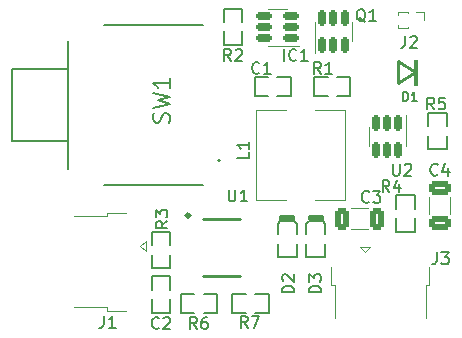
<source format=gto>
%TF.GenerationSoftware,KiCad,Pcbnew,(6.0.7)*%
%TF.CreationDate,2022-10-02T22:30:45-04:00*%
%TF.ProjectId,LiPo_Charger_1,4c69506f-5f43-4686-9172-6765725f312e,rev?*%
%TF.SameCoordinates,Original*%
%TF.FileFunction,Legend,Top*%
%TF.FilePolarity,Positive*%
%FSLAX46Y46*%
G04 Gerber Fmt 4.6, Leading zero omitted, Abs format (unit mm)*
G04 Created by KiCad (PCBNEW (6.0.7)) date 2022-10-02 22:30:45*
%MOMM*%
%LPD*%
G01*
G04 APERTURE LIST*
G04 Aperture macros list*
%AMRoundRect*
0 Rectangle with rounded corners*
0 $1 Rounding radius*
0 $2 $3 $4 $5 $6 $7 $8 $9 X,Y pos of 4 corners*
0 Add a 4 corners polygon primitive as box body*
4,1,4,$2,$3,$4,$5,$6,$7,$8,$9,$2,$3,0*
0 Add four circle primitives for the rounded corners*
1,1,$1+$1,$2,$3*
1,1,$1+$1,$4,$5*
1,1,$1+$1,$6,$7*
1,1,$1+$1,$8,$9*
0 Add four rect primitives between the rounded corners*
20,1,$1+$1,$2,$3,$4,$5,0*
20,1,$1+$1,$4,$5,$6,$7,0*
20,1,$1+$1,$6,$7,$8,$9,0*
20,1,$1+$1,$8,$9,$2,$3,0*%
G04 Aperture macros list end*
%ADD10C,0.150000*%
%ADD11C,0.120000*%
%ADD12C,0.200000*%
%ADD13C,0.254000*%
%ADD14C,0.010000*%
%ADD15C,0.127000*%
%ADD16C,0.300000*%
%ADD17RoundRect,0.250000X0.650000X-0.325000X0.650000X0.325000X-0.650000X0.325000X-0.650000X-0.325000X0*%
%ADD18R,0.930000X0.980000*%
%ADD19R,1.650000X0.400000*%
%ADD20R,1.500000X2.000000*%
%ADD21R,2.000000X1.350000*%
%ADD22R,2.500000X1.430000*%
%ADD23O,1.500000X1.100000*%
%ADD24O,1.700000X1.350000*%
%ADD25R,0.700000X1.825000*%
%ADD26R,0.980000X0.930000*%
%ADD27R,2.200000X1.600000*%
%ADD28RoundRect,0.150000X0.150000X-0.512500X0.150000X0.512500X-0.150000X0.512500X-0.150000X-0.512500X0*%
%ADD29R,1.800000X1.700000*%
%ADD30RoundRect,0.150000X0.512500X0.150000X-0.512500X0.150000X-0.512500X-0.150000X0.512500X-0.150000X0*%
%ADD31R,2.775000X2.775000*%
%ADD32C,2.775000*%
%ADD33RoundRect,0.150000X-0.150000X0.512500X-0.150000X-0.512500X0.150000X-0.512500X0.150000X0.512500X0*%
%ADD34R,2.900000X4.000000*%
%ADD35O,1.600000X0.600000*%
%ADD36RoundRect,0.250000X-0.325000X-0.650000X0.325000X-0.650000X0.325000X0.650000X-0.325000X0.650000X0*%
%ADD37R,0.400000X1.650000*%
%ADD38O,1.350000X1.700000*%
%ADD39O,1.100000X1.500000*%
%ADD40R,2.000000X1.500000*%
%ADD41R,1.350000X2.000000*%
%ADD42R,1.430000X2.500000*%
%ADD43R,1.825000X0.700000*%
%ADD44R,0.850000X0.850000*%
%ADD45O,0.850000X0.850000*%
G04 APERTURE END LIST*
D10*
%TO.C,C4*%
X175633333Y-69657142D02*
X175585714Y-69704761D01*
X175442857Y-69752380D01*
X175347619Y-69752380D01*
X175204761Y-69704761D01*
X175109523Y-69609523D01*
X175061904Y-69514285D01*
X175014285Y-69323809D01*
X175014285Y-69180952D01*
X175061904Y-68990476D01*
X175109523Y-68895238D01*
X175204761Y-68800000D01*
X175347619Y-68752380D01*
X175442857Y-68752380D01*
X175585714Y-68800000D01*
X175633333Y-68847619D01*
X176490476Y-69085714D02*
X176490476Y-69752380D01*
X176252380Y-68704761D02*
X176014285Y-69419047D01*
X176633333Y-69419047D01*
%TO.C,R7*%
X159533333Y-82652380D02*
X159200000Y-82176190D01*
X158961904Y-82652380D02*
X158961904Y-81652380D01*
X159342857Y-81652380D01*
X159438095Y-81700000D01*
X159485714Y-81747619D01*
X159533333Y-81842857D01*
X159533333Y-81985714D01*
X159485714Y-82080952D01*
X159438095Y-82128571D01*
X159342857Y-82176190D01*
X158961904Y-82176190D01*
X159866666Y-81652380D02*
X160533333Y-81652380D01*
X160104761Y-82652380D01*
%TO.C,J1*%
X147366666Y-81652380D02*
X147366666Y-82366666D01*
X147319047Y-82509523D01*
X147223809Y-82604761D01*
X147080952Y-82652380D01*
X146985714Y-82652380D01*
X148366666Y-82652380D02*
X147795238Y-82652380D01*
X148080952Y-82652380D02*
X148080952Y-81652380D01*
X147985714Y-81795238D01*
X147890476Y-81890476D01*
X147795238Y-81938095D01*
%TO.C,R2*%
X158133333Y-60052380D02*
X157800000Y-59576190D01*
X157561904Y-60052380D02*
X157561904Y-59052380D01*
X157942857Y-59052380D01*
X158038095Y-59100000D01*
X158085714Y-59147619D01*
X158133333Y-59242857D01*
X158133333Y-59385714D01*
X158085714Y-59480952D01*
X158038095Y-59528571D01*
X157942857Y-59576190D01*
X157561904Y-59576190D01*
X158514285Y-59147619D02*
X158561904Y-59100000D01*
X158657142Y-59052380D01*
X158895238Y-59052380D01*
X158990476Y-59100000D01*
X159038095Y-59147619D01*
X159085714Y-59242857D01*
X159085714Y-59338095D01*
X159038095Y-59480952D01*
X158466666Y-60052380D01*
X159085714Y-60052380D01*
%TO.C,L1*%
X159652380Y-67766666D02*
X159652380Y-68242857D01*
X158652380Y-68242857D01*
X159652380Y-66909523D02*
X159652380Y-67480952D01*
X159652380Y-67195238D02*
X158652380Y-67195238D01*
X158795238Y-67290476D01*
X158890476Y-67385714D01*
X158938095Y-67480952D01*
%TO.C,Q1*%
X169504761Y-56747619D02*
X169409523Y-56700000D01*
X169314285Y-56604761D01*
X169171428Y-56461904D01*
X169076190Y-56414285D01*
X168980952Y-56414285D01*
X169028571Y-56652380D02*
X168933333Y-56604761D01*
X168838095Y-56509523D01*
X168790476Y-56319047D01*
X168790476Y-55985714D01*
X168838095Y-55795238D01*
X168933333Y-55700000D01*
X169028571Y-55652380D01*
X169219047Y-55652380D01*
X169314285Y-55700000D01*
X169409523Y-55795238D01*
X169457142Y-55985714D01*
X169457142Y-56319047D01*
X169409523Y-56509523D01*
X169314285Y-56604761D01*
X169219047Y-56652380D01*
X169028571Y-56652380D01*
X170409523Y-56652380D02*
X169838095Y-56652380D01*
X170123809Y-56652380D02*
X170123809Y-55652380D01*
X170028571Y-55795238D01*
X169933333Y-55890476D01*
X169838095Y-55938095D01*
%TO.C,R4*%
X171533333Y-71152380D02*
X171200000Y-70676190D01*
X170961904Y-71152380D02*
X170961904Y-70152380D01*
X171342857Y-70152380D01*
X171438095Y-70200000D01*
X171485714Y-70247619D01*
X171533333Y-70342857D01*
X171533333Y-70485714D01*
X171485714Y-70580952D01*
X171438095Y-70628571D01*
X171342857Y-70676190D01*
X170961904Y-70676190D01*
X172390476Y-70485714D02*
X172390476Y-71152380D01*
X172152380Y-70104761D02*
X171914285Y-70819047D01*
X172533333Y-70819047D01*
%TO.C,D1*%
X172663523Y-63478904D02*
X172663523Y-62678904D01*
X172854000Y-62678904D01*
X172968285Y-62717000D01*
X173044476Y-62793190D01*
X173082571Y-62869380D01*
X173120666Y-63021761D01*
X173120666Y-63136047D01*
X173082571Y-63288428D01*
X173044476Y-63364619D01*
X172968285Y-63440809D01*
X172854000Y-63478904D01*
X172663523Y-63478904D01*
X173882571Y-63478904D02*
X173425428Y-63478904D01*
X173654000Y-63478904D02*
X173654000Y-62678904D01*
X173577809Y-62793190D01*
X173501619Y-62869380D01*
X173425428Y-62907476D01*
%TO.C,IC1*%
X162623809Y-60052380D02*
X162623809Y-59052380D01*
X163671428Y-59957142D02*
X163623809Y-60004761D01*
X163480952Y-60052380D01*
X163385714Y-60052380D01*
X163242857Y-60004761D01*
X163147619Y-59909523D01*
X163100000Y-59814285D01*
X163052380Y-59623809D01*
X163052380Y-59480952D01*
X163100000Y-59290476D01*
X163147619Y-59195238D01*
X163242857Y-59100000D01*
X163385714Y-59052380D01*
X163480952Y-59052380D01*
X163623809Y-59100000D01*
X163671428Y-59147619D01*
X164623809Y-60052380D02*
X164052380Y-60052380D01*
X164338095Y-60052380D02*
X164338095Y-59052380D01*
X164242857Y-59195238D01*
X164147619Y-59290476D01*
X164052380Y-59338095D01*
%TO.C,SW1*%
X152866666Y-65266666D02*
X152933333Y-65066666D01*
X152933333Y-64733333D01*
X152866666Y-64600000D01*
X152800000Y-64533333D01*
X152666666Y-64466666D01*
X152533333Y-64466666D01*
X152400000Y-64533333D01*
X152333333Y-64600000D01*
X152266666Y-64733333D01*
X152200000Y-65000000D01*
X152133333Y-65133333D01*
X152066666Y-65200000D01*
X151933333Y-65266666D01*
X151800000Y-65266666D01*
X151666666Y-65200000D01*
X151600000Y-65133333D01*
X151533333Y-65000000D01*
X151533333Y-64666666D01*
X151600000Y-64466666D01*
X151533333Y-64000000D02*
X152933333Y-63666666D01*
X151933333Y-63400000D01*
X152933333Y-63133333D01*
X151533333Y-62800000D01*
X152933333Y-61533333D02*
X152933333Y-62333333D01*
X152933333Y-61933333D02*
X151533333Y-61933333D01*
X151733333Y-62066666D01*
X151866666Y-62200000D01*
X151933333Y-62333333D01*
%TO.C,R5*%
X175333333Y-64152380D02*
X175000000Y-63676190D01*
X174761904Y-64152380D02*
X174761904Y-63152380D01*
X175142857Y-63152380D01*
X175238095Y-63200000D01*
X175285714Y-63247619D01*
X175333333Y-63342857D01*
X175333333Y-63485714D01*
X175285714Y-63580952D01*
X175238095Y-63628571D01*
X175142857Y-63676190D01*
X174761904Y-63676190D01*
X176238095Y-63152380D02*
X175761904Y-63152380D01*
X175714285Y-63628571D01*
X175761904Y-63580952D01*
X175857142Y-63533333D01*
X176095238Y-63533333D01*
X176190476Y-63580952D01*
X176238095Y-63628571D01*
X176285714Y-63723809D01*
X176285714Y-63961904D01*
X176238095Y-64057142D01*
X176190476Y-64104761D01*
X176095238Y-64152380D01*
X175857142Y-64152380D01*
X175761904Y-64104761D01*
X175714285Y-64057142D01*
%TO.C,U2*%
X171838095Y-68752380D02*
X171838095Y-69561904D01*
X171885714Y-69657142D01*
X171933333Y-69704761D01*
X172028571Y-69752380D01*
X172219047Y-69752380D01*
X172314285Y-69704761D01*
X172361904Y-69657142D01*
X172409523Y-69561904D01*
X172409523Y-68752380D01*
X172838095Y-68847619D02*
X172885714Y-68800000D01*
X172980952Y-68752380D01*
X173219047Y-68752380D01*
X173314285Y-68800000D01*
X173361904Y-68847619D01*
X173409523Y-68942857D01*
X173409523Y-69038095D01*
X173361904Y-69180952D01*
X172790476Y-69752380D01*
X173409523Y-69752380D01*
%TO.C,C1*%
X160533333Y-61057142D02*
X160485714Y-61104761D01*
X160342857Y-61152380D01*
X160247619Y-61152380D01*
X160104761Y-61104761D01*
X160009523Y-61009523D01*
X159961904Y-60914285D01*
X159914285Y-60723809D01*
X159914285Y-60580952D01*
X159961904Y-60390476D01*
X160009523Y-60295238D01*
X160104761Y-60200000D01*
X160247619Y-60152380D01*
X160342857Y-60152380D01*
X160485714Y-60200000D01*
X160533333Y-60247619D01*
X161485714Y-61152380D02*
X160914285Y-61152380D01*
X161200000Y-61152380D02*
X161200000Y-60152380D01*
X161104761Y-60295238D01*
X161009523Y-60390476D01*
X160914285Y-60438095D01*
%TO.C,U1*%
X157938095Y-70952380D02*
X157938095Y-71761904D01*
X157985714Y-71857142D01*
X158033333Y-71904761D01*
X158128571Y-71952380D01*
X158319047Y-71952380D01*
X158414285Y-71904761D01*
X158461904Y-71857142D01*
X158509523Y-71761904D01*
X158509523Y-70952380D01*
X159509523Y-71952380D02*
X158938095Y-71952380D01*
X159223809Y-71952380D02*
X159223809Y-70952380D01*
X159128571Y-71095238D01*
X159033333Y-71190476D01*
X158938095Y-71238095D01*
%TO.C,D2*%
X163452380Y-79639695D02*
X162452380Y-79639695D01*
X162452380Y-79401600D01*
X162500000Y-79258742D01*
X162595238Y-79163504D01*
X162690476Y-79115885D01*
X162880952Y-79068266D01*
X163023809Y-79068266D01*
X163214285Y-79115885D01*
X163309523Y-79163504D01*
X163404761Y-79258742D01*
X163452380Y-79401600D01*
X163452380Y-79639695D01*
X162547619Y-78687314D02*
X162500000Y-78639695D01*
X162452380Y-78544457D01*
X162452380Y-78306361D01*
X162500000Y-78211123D01*
X162547619Y-78163504D01*
X162642857Y-78115885D01*
X162738095Y-78115885D01*
X162880952Y-78163504D01*
X163452380Y-78734933D01*
X163452380Y-78115885D01*
%TO.C,R1*%
X165733333Y-61152380D02*
X165400000Y-60676190D01*
X165161904Y-61152380D02*
X165161904Y-60152380D01*
X165542857Y-60152380D01*
X165638095Y-60200000D01*
X165685714Y-60247619D01*
X165733333Y-60342857D01*
X165733333Y-60485714D01*
X165685714Y-60580952D01*
X165638095Y-60628571D01*
X165542857Y-60676190D01*
X165161904Y-60676190D01*
X166685714Y-61152380D02*
X166114285Y-61152380D01*
X166400000Y-61152380D02*
X166400000Y-60152380D01*
X166304761Y-60295238D01*
X166209523Y-60390476D01*
X166114285Y-60438095D01*
%TO.C,R3*%
X152752380Y-73611666D02*
X152276190Y-73945000D01*
X152752380Y-74183095D02*
X151752380Y-74183095D01*
X151752380Y-73802142D01*
X151800000Y-73706904D01*
X151847619Y-73659285D01*
X151942857Y-73611666D01*
X152085714Y-73611666D01*
X152180952Y-73659285D01*
X152228571Y-73706904D01*
X152276190Y-73802142D01*
X152276190Y-74183095D01*
X151752380Y-73278333D02*
X151752380Y-72659285D01*
X152133333Y-72992619D01*
X152133333Y-72849761D01*
X152180952Y-72754523D01*
X152228571Y-72706904D01*
X152323809Y-72659285D01*
X152561904Y-72659285D01*
X152657142Y-72706904D01*
X152704761Y-72754523D01*
X152752380Y-72849761D01*
X152752380Y-73135476D01*
X152704761Y-73230714D01*
X152657142Y-73278333D01*
%TO.C,C3*%
X169833333Y-71957142D02*
X169785714Y-72004761D01*
X169642857Y-72052380D01*
X169547619Y-72052380D01*
X169404761Y-72004761D01*
X169309523Y-71909523D01*
X169261904Y-71814285D01*
X169214285Y-71623809D01*
X169214285Y-71480952D01*
X169261904Y-71290476D01*
X169309523Y-71195238D01*
X169404761Y-71100000D01*
X169547619Y-71052380D01*
X169642857Y-71052380D01*
X169785714Y-71100000D01*
X169833333Y-71147619D01*
X170166666Y-71052380D02*
X170785714Y-71052380D01*
X170452380Y-71433333D01*
X170595238Y-71433333D01*
X170690476Y-71480952D01*
X170738095Y-71528571D01*
X170785714Y-71623809D01*
X170785714Y-71861904D01*
X170738095Y-71957142D01*
X170690476Y-72004761D01*
X170595238Y-72052380D01*
X170309523Y-72052380D01*
X170214285Y-72004761D01*
X170166666Y-71957142D01*
%TO.C,R6*%
X155233333Y-82752380D02*
X154900000Y-82276190D01*
X154661904Y-82752380D02*
X154661904Y-81752380D01*
X155042857Y-81752380D01*
X155138095Y-81800000D01*
X155185714Y-81847619D01*
X155233333Y-81942857D01*
X155233333Y-82085714D01*
X155185714Y-82180952D01*
X155138095Y-82228571D01*
X155042857Y-82276190D01*
X154661904Y-82276190D01*
X156090476Y-81752380D02*
X155900000Y-81752380D01*
X155804761Y-81800000D01*
X155757142Y-81847619D01*
X155661904Y-81990476D01*
X155614285Y-82180952D01*
X155614285Y-82561904D01*
X155661904Y-82657142D01*
X155709523Y-82704761D01*
X155804761Y-82752380D01*
X155995238Y-82752380D01*
X156090476Y-82704761D01*
X156138095Y-82657142D01*
X156185714Y-82561904D01*
X156185714Y-82323809D01*
X156138095Y-82228571D01*
X156090476Y-82180952D01*
X155995238Y-82133333D01*
X155804761Y-82133333D01*
X155709523Y-82180952D01*
X155661904Y-82228571D01*
X155614285Y-82323809D01*
%TO.C,J3*%
X175566666Y-76252380D02*
X175566666Y-76966666D01*
X175519047Y-77109523D01*
X175423809Y-77204761D01*
X175280952Y-77252380D01*
X175185714Y-77252380D01*
X175947619Y-76252380D02*
X176566666Y-76252380D01*
X176233333Y-76633333D01*
X176376190Y-76633333D01*
X176471428Y-76680952D01*
X176519047Y-76728571D01*
X176566666Y-76823809D01*
X176566666Y-77061904D01*
X176519047Y-77157142D01*
X176471428Y-77204761D01*
X176376190Y-77252380D01*
X176090476Y-77252380D01*
X175995238Y-77204761D01*
X175947619Y-77157142D01*
%TO.C,D3*%
X165752380Y-79639695D02*
X164752380Y-79639695D01*
X164752380Y-79401600D01*
X164800000Y-79258742D01*
X164895238Y-79163504D01*
X164990476Y-79115885D01*
X165180952Y-79068266D01*
X165323809Y-79068266D01*
X165514285Y-79115885D01*
X165609523Y-79163504D01*
X165704761Y-79258742D01*
X165752380Y-79401600D01*
X165752380Y-79639695D01*
X164752380Y-78734933D02*
X164752380Y-78115885D01*
X165133333Y-78449219D01*
X165133333Y-78306361D01*
X165180952Y-78211123D01*
X165228571Y-78163504D01*
X165323809Y-78115885D01*
X165561904Y-78115885D01*
X165657142Y-78163504D01*
X165704761Y-78211123D01*
X165752380Y-78306361D01*
X165752380Y-78592076D01*
X165704761Y-78687314D01*
X165657142Y-78734933D01*
%TO.C,J2*%
X172866666Y-57952380D02*
X172866666Y-58666666D01*
X172819047Y-58809523D01*
X172723809Y-58904761D01*
X172580952Y-58952380D01*
X172485714Y-58952380D01*
X173295238Y-58047619D02*
X173342857Y-58000000D01*
X173438095Y-57952380D01*
X173676190Y-57952380D01*
X173771428Y-58000000D01*
X173819047Y-58047619D01*
X173866666Y-58142857D01*
X173866666Y-58238095D01*
X173819047Y-58380952D01*
X173247619Y-58952380D01*
X173866666Y-58952380D01*
%TO.C,C2*%
X152033333Y-82657142D02*
X151985714Y-82704761D01*
X151842857Y-82752380D01*
X151747619Y-82752380D01*
X151604761Y-82704761D01*
X151509523Y-82609523D01*
X151461904Y-82514285D01*
X151414285Y-82323809D01*
X151414285Y-82180952D01*
X151461904Y-81990476D01*
X151509523Y-81895238D01*
X151604761Y-81800000D01*
X151747619Y-81752380D01*
X151842857Y-81752380D01*
X151985714Y-81800000D01*
X152033333Y-81847619D01*
X152414285Y-81847619D02*
X152461904Y-81800000D01*
X152557142Y-81752380D01*
X152795238Y-81752380D01*
X152890476Y-81800000D01*
X152938095Y-81847619D01*
X152985714Y-81942857D01*
X152985714Y-82038095D01*
X152938095Y-82180952D01*
X152366666Y-82752380D01*
X152985714Y-82752380D01*
D11*
%TO.C,C4*%
X176710000Y-73011252D02*
X176710000Y-71588748D01*
X174890000Y-73011252D02*
X174890000Y-71588748D01*
D12*
%TO.C,R7*%
X158235000Y-81365000D02*
X159370000Y-81365000D01*
X161305000Y-81365000D02*
X161305000Y-79785000D01*
X160170000Y-79785000D02*
X161305000Y-79785000D01*
X160170000Y-81365000D02*
X161305000Y-81365000D01*
X158235000Y-79785000D02*
X159370000Y-79785000D01*
X158235000Y-81365000D02*
X158235000Y-79785000D01*
D11*
%TO.C,J1*%
X150450000Y-75740000D02*
X150900000Y-75340000D01*
X150900000Y-76140000D02*
X150450000Y-75740000D01*
X144850000Y-73190000D02*
X147650000Y-73190000D01*
X147650000Y-80890000D02*
X147650000Y-81190000D01*
X147650000Y-72890000D02*
X147650000Y-73190000D01*
X147650000Y-81190000D02*
X149200000Y-81190000D01*
X144850000Y-80890000D02*
X147650000Y-80890000D01*
X147650000Y-72890000D02*
X149200000Y-72890000D01*
X150900000Y-75340000D02*
X150900000Y-76140000D01*
D12*
%TO.C,R2*%
X157510000Y-55625000D02*
X159090000Y-55625000D01*
X159090000Y-57560000D02*
X159090000Y-58695000D01*
X157510000Y-57560000D02*
X157510000Y-58695000D01*
X157510000Y-55625000D02*
X157510000Y-56760000D01*
X157510000Y-58695000D02*
X159090000Y-58695000D01*
X159090000Y-55625000D02*
X159090000Y-56760000D01*
D11*
%TO.C,L1*%
X162755000Y-71800000D02*
X160205000Y-71800000D01*
X160205000Y-71800000D02*
X160205000Y-64200000D01*
X167805000Y-71800000D02*
X165255000Y-71800000D01*
X160205000Y-64200000D02*
X162755000Y-64200000D01*
X165255000Y-64200000D02*
X167805000Y-64200000D01*
X167805000Y-64200000D02*
X167805000Y-71800000D01*
%TO.C,Q1*%
X168360000Y-57550000D02*
X168360000Y-58350000D01*
X168360000Y-57550000D02*
X168360000Y-56750000D01*
X165240000Y-57550000D02*
X165240000Y-59350000D01*
X165240000Y-57550000D02*
X165240000Y-56750000D01*
D12*
%TO.C,R4*%
X173690000Y-74505000D02*
X172110000Y-74505000D01*
X173690000Y-71435000D02*
X172110000Y-71435000D01*
X173690000Y-74505000D02*
X173690000Y-73370000D01*
X173690000Y-72570000D02*
X173690000Y-71435000D01*
X172110000Y-72570000D02*
X172110000Y-71435000D01*
X172110000Y-74505000D02*
X172110000Y-73370000D01*
D13*
%TO.C,D1*%
X173700000Y-61000000D02*
X172250000Y-61950000D01*
X172250000Y-61950000D02*
X172250000Y-60050000D01*
X172250000Y-60050000D02*
X173700000Y-61000000D01*
G36*
X173900000Y-62050000D02*
G01*
X173600000Y-62050000D01*
X173600000Y-59950000D01*
X173900000Y-59950000D01*
X173900000Y-62050000D01*
G37*
D14*
X173900000Y-62050000D02*
X173600000Y-62050000D01*
X173600000Y-59950000D01*
X173900000Y-59950000D01*
X173900000Y-62050000D01*
D11*
%TO.C,IC1*%
X162100000Y-55640000D02*
X161300000Y-55640000D01*
X162100000Y-58760000D02*
X163900000Y-58760000D01*
X162100000Y-55640000D02*
X162900000Y-55640000D01*
X162100000Y-58760000D02*
X161300000Y-58760000D01*
D15*
%TO.C,SW1*%
X139567500Y-60750000D02*
X144282500Y-60750000D01*
X139567500Y-66850000D02*
X139567500Y-60750000D01*
X147393500Y-70585000D02*
X155757500Y-70585000D01*
X144282500Y-66850000D02*
X139567500Y-66850000D01*
X144287500Y-69200000D02*
X144287500Y-58400000D01*
X147393500Y-57015000D02*
X155757500Y-57015000D01*
D12*
X157207500Y-68500000D02*
G75*
G03*
X157207500Y-68500000I-100000J0D01*
G01*
%TO.C,R5*%
X174810000Y-65600000D02*
X174810000Y-64465000D01*
X176390000Y-64465000D02*
X174810000Y-64465000D01*
X176390000Y-67535000D02*
X174810000Y-67535000D01*
X176390000Y-67535000D02*
X176390000Y-66400000D01*
X174810000Y-67535000D02*
X174810000Y-66400000D01*
X176390000Y-65600000D02*
X176390000Y-64465000D01*
D11*
%TO.C,U2*%
X172916426Y-66420000D02*
X172916426Y-67220000D01*
X169796426Y-66420000D02*
X169796426Y-67220000D01*
X172916426Y-66420000D02*
X172916426Y-64620000D01*
X169796426Y-66420000D02*
X169796426Y-65620000D01*
D12*
%TO.C,C1*%
X160125000Y-61410000D02*
X161260000Y-61410000D01*
X160125000Y-62990000D02*
X160125000Y-61410000D01*
X160125000Y-62990000D02*
X161260000Y-62990000D01*
X162060000Y-62990000D02*
X163195000Y-62990000D01*
X162060000Y-61410000D02*
X163195000Y-61410000D01*
X163195000Y-62990000D02*
X163195000Y-61410000D01*
D13*
%TO.C,U1*%
X155800000Y-73430000D02*
X158900000Y-73430000D01*
X155800000Y-78230000D02*
X158900000Y-78230000D01*
D16*
X154650000Y-73130000D02*
G75*
G03*
X154650000Y-73130000I-150000J0D01*
G01*
D12*
%TO.C,D2*%
X162110000Y-76666600D02*
X163690000Y-76666600D01*
X162110000Y-75531600D02*
X162110000Y-76666600D01*
X163690000Y-73831600D02*
X163690000Y-74731600D01*
X163690000Y-75531600D02*
X163690000Y-76666600D01*
X162303000Y-73631600D02*
X162110000Y-73831600D01*
X162110000Y-73831600D02*
X162110000Y-74731600D01*
X163497000Y-73631600D02*
X163690000Y-73831600D01*
X162303000Y-73631600D02*
X163497000Y-73631600D01*
G36*
X163500000Y-73456600D02*
G01*
X162300000Y-73456600D01*
X162300000Y-73156600D01*
X163500000Y-73156600D01*
X163500000Y-73456600D01*
G37*
D10*
X163500000Y-73456600D02*
X162300000Y-73456600D01*
X162300000Y-73156600D01*
X163500000Y-73156600D01*
X163500000Y-73456600D01*
D12*
%TO.C,R1*%
X166310000Y-62990000D02*
X165175000Y-62990000D01*
X168245000Y-61410000D02*
X168245000Y-62990000D01*
X168245000Y-61410000D02*
X167110000Y-61410000D01*
X165175000Y-61410000D02*
X165175000Y-62990000D01*
X166310000Y-61410000D02*
X165175000Y-61410000D01*
X168245000Y-62990000D02*
X167110000Y-62990000D01*
%TO.C,R3*%
X152990000Y-74510000D02*
X151410000Y-74510000D01*
X151410000Y-77580000D02*
X151410000Y-76445000D01*
X152990000Y-77580000D02*
X152990000Y-76445000D01*
X152990000Y-77580000D02*
X151410000Y-77580000D01*
X152990000Y-75645000D02*
X152990000Y-74510000D01*
X151410000Y-75645000D02*
X151410000Y-74510000D01*
D11*
%TO.C,C3*%
X168288748Y-74310000D02*
X169711252Y-74310000D01*
X168288748Y-72490000D02*
X169711252Y-72490000D01*
D12*
%TO.C,R6*%
X155830000Y-81365000D02*
X156965000Y-81365000D01*
X153895000Y-81365000D02*
X155030000Y-81365000D01*
X153895000Y-79785000D02*
X155030000Y-79785000D01*
X156965000Y-81365000D02*
X156965000Y-79785000D01*
X155830000Y-79785000D02*
X156965000Y-79785000D01*
X153895000Y-81365000D02*
X153895000Y-79785000D01*
D11*
%TO.C,J3*%
X169475000Y-76235000D02*
X169075000Y-75785000D01*
X166625000Y-79035000D02*
X166625000Y-77485000D01*
X166625000Y-79035000D02*
X166925000Y-79035000D01*
X169075000Y-75785000D02*
X169875000Y-75785000D01*
X174925000Y-79035000D02*
X174925000Y-77485000D01*
X166925000Y-81835000D02*
X166925000Y-79035000D01*
X174625000Y-79035000D02*
X174925000Y-79035000D01*
X174625000Y-81835000D02*
X174625000Y-79035000D01*
X169875000Y-75785000D02*
X169475000Y-76235000D01*
D12*
%TO.C,D3*%
X164510000Y-73831600D02*
X164510000Y-74731600D01*
X164510000Y-75531600D02*
X164510000Y-76666600D01*
X164510000Y-76666600D02*
X166090000Y-76666600D01*
X164703000Y-73631600D02*
X164510000Y-73831600D01*
X164703000Y-73631600D02*
X165897000Y-73631600D01*
X165897000Y-73631600D02*
X166090000Y-73831600D01*
X166090000Y-75531600D02*
X166090000Y-76666600D01*
X166090000Y-73831600D02*
X166090000Y-74731600D01*
G36*
X165900000Y-73456600D02*
G01*
X164700000Y-73456600D01*
X164700000Y-73156600D01*
X165900000Y-73156600D01*
X165900000Y-73456600D01*
G37*
D10*
X165900000Y-73456600D02*
X164700000Y-73456600D01*
X164700000Y-73156600D01*
X165900000Y-73156600D01*
X165900000Y-73456600D01*
D11*
%TO.C,J2*%
X174485000Y-55905000D02*
X174485000Y-56600000D01*
X173115000Y-57295000D02*
X172240000Y-57295000D01*
X172240000Y-56994493D02*
X172240000Y-57295000D01*
X173115000Y-55905000D02*
X173115000Y-55991724D01*
X172240000Y-55905000D02*
X172240000Y-56205507D01*
X173115000Y-57208276D02*
X173115000Y-57295000D01*
X173800000Y-55905000D02*
X174485000Y-55905000D01*
X173115000Y-55905000D02*
X172240000Y-55905000D01*
D12*
%TO.C,C2*%
X152990000Y-78295000D02*
X152990000Y-79430000D01*
X151410000Y-81365000D02*
X152990000Y-81365000D01*
X152990000Y-80230000D02*
X152990000Y-81365000D01*
X151410000Y-78295000D02*
X152990000Y-78295000D01*
X151410000Y-78295000D02*
X151410000Y-79430000D01*
X151410000Y-80230000D02*
X151410000Y-81365000D01*
%TD*%
%LPC*%
D17*
%TO.C,C4*%
X175800000Y-73775000D03*
X175800000Y-70825000D03*
%TD*%
D18*
%TO.C,R7*%
X159000000Y-80575000D03*
X160540000Y-80575000D03*
%TD*%
D19*
%TO.C,J1*%
X149350000Y-75740000D03*
X149350000Y-76390000D03*
X149350000Y-77040000D03*
X149350000Y-77690000D03*
X149350000Y-78340000D03*
D20*
X149470000Y-79940000D03*
D21*
X147400000Y-79790000D03*
D22*
X146200000Y-76080000D03*
D20*
X149450000Y-74190000D03*
D23*
X149470000Y-79460000D03*
D24*
X146470000Y-74310000D03*
D21*
X147400000Y-74310000D03*
D25*
X148150000Y-80040000D03*
D23*
X149470000Y-74620000D03*
D24*
X146470000Y-79770000D03*
D25*
X148150000Y-74090000D03*
D22*
X146200000Y-78000000D03*
%TD*%
D26*
%TO.C,R2*%
X158300000Y-56390000D03*
X158300000Y-57930000D03*
%TD*%
D27*
%TO.C,L1*%
X164005000Y-71200000D03*
X164005000Y-64800000D03*
%TD*%
D28*
%TO.C,Q1*%
X165850000Y-58687500D03*
X166800000Y-58687500D03*
X167750000Y-58687500D03*
X167750000Y-56412500D03*
X166800000Y-56412500D03*
X165850000Y-56412500D03*
%TD*%
D26*
%TO.C,R4*%
X172900000Y-73740000D03*
X172900000Y-72200000D03*
%TD*%
D29*
%TO.C,D1*%
X170373750Y-61000000D03*
X175426250Y-61000000D03*
%TD*%
D30*
%TO.C,IC1*%
X163237500Y-58150000D03*
X163237500Y-57200000D03*
X163237500Y-56250000D03*
X160962500Y-56250000D03*
X160962500Y-57200000D03*
X160962500Y-58150000D03*
%TD*%
D31*
%TO.C,SW1*%
X155122500Y-68500000D03*
D32*
X155122500Y-63800000D03*
X155122500Y-59100000D03*
X145592500Y-70405000D03*
X145592500Y-57195000D03*
%TD*%
D26*
%TO.C,R5*%
X175600000Y-66770000D03*
X175600000Y-65230000D03*
%TD*%
D33*
%TO.C,U2*%
X172306426Y-65282500D03*
X171356426Y-65282500D03*
X170406426Y-65282500D03*
X170406426Y-67557500D03*
X171356426Y-67557500D03*
X172306426Y-67557500D03*
%TD*%
D18*
%TO.C,C1*%
X160890000Y-62200000D03*
X162430000Y-62200000D03*
%TD*%
D34*
%TO.C,U1*%
X157400000Y-75830000D03*
D35*
X154800000Y-73925000D03*
X154800000Y-75195000D03*
X154800000Y-76465000D03*
X154800000Y-77735000D03*
X160000000Y-77735000D03*
X160000000Y-76465000D03*
X160000000Y-75195000D03*
X160000000Y-73925000D03*
%TD*%
D26*
%TO.C,D2*%
X162900000Y-75901600D03*
X162900000Y-74361600D03*
%TD*%
D18*
%TO.C,R1*%
X167480000Y-62200000D03*
X165940000Y-62200000D03*
%TD*%
D26*
%TO.C,R3*%
X152200000Y-76815000D03*
X152200000Y-75275000D03*
%TD*%
D36*
%TO.C,C3*%
X167525000Y-73400000D03*
X170475000Y-73400000D03*
%TD*%
D18*
%TO.C,R6*%
X154660000Y-80575000D03*
X156200000Y-80575000D03*
%TD*%
D37*
%TO.C,J3*%
X169475000Y-77335000D03*
X170125000Y-77335000D03*
X170775000Y-77335000D03*
X171425000Y-77335000D03*
X172075000Y-77335000D03*
D38*
X173505000Y-80215000D03*
D39*
X173195000Y-77215000D03*
D38*
X168045000Y-80215000D03*
D40*
X173675000Y-77215000D03*
D41*
X173525000Y-79285000D03*
D42*
X171735000Y-80485000D03*
D41*
X168045000Y-79285000D03*
D40*
X167925000Y-77235000D03*
D43*
X167825000Y-78535000D03*
D42*
X169815000Y-80485000D03*
D39*
X168355000Y-77215000D03*
D43*
X173775000Y-78535000D03*
%TD*%
D26*
%TO.C,D3*%
X165300000Y-75901600D03*
X165300000Y-74361600D03*
%TD*%
D44*
%TO.C,J2*%
X173800000Y-56600000D03*
D45*
X172800000Y-56600000D03*
%TD*%
D26*
%TO.C,C2*%
X152200000Y-79060000D03*
X152200000Y-80600000D03*
%TD*%
M02*

</source>
